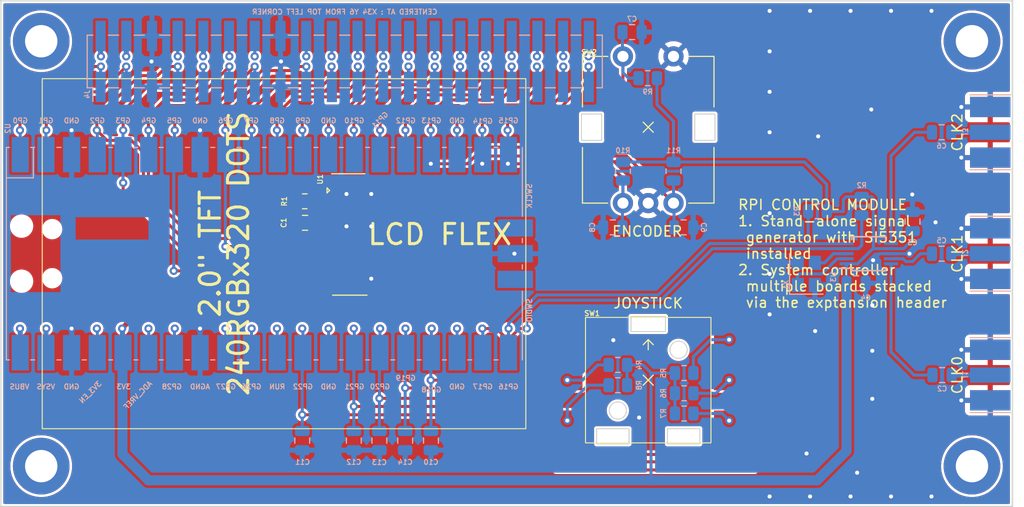
<source format=kicad_pcb>
(kicad_pcb (version 20211014) (generator pcbnew)
  (layers (0 "F.Cu" signal) (1 "In1.Cu" signal) (2 "In2.Cu" signal) (31 "B.Cu" signal) (36 "B.SilkS" user "B.Silkscreen") (37 "F.SilkS" user "F.Silkscreen") (38 "B.Mask" user) (39 "F.Mask" user) (44 "Edge.Cuts" user))
  (net 0 "")
  (net 1 "GND")
  (net 2 "Net-(C2-Pad1)")
  (net 3 "/CLK0")
  (net 4 "Net-(C5-Pad1)")
  (net 5 "/CLK1")
  (net 6 "Net-(C6-Pad1)")
  (net 7 "/CLK2")
  (net 8 "Net-(R1-Pad1)")
  (net 9 "GPIO0")
  (net 12 "Net-(U3-Pad2)")
  (net 13 "Net-(U3-Pad3)")
  (net 14 "GPIO1")
  (net 15 "GPIO25")
  (net 16 "GPIO12")
  (net 17 "GPIO11")
  (net 18 "GPIO10")
  (net 19 "GPIO29")
  (net 20 "GPIO9")
  (net 21 "GPIO8")
  (net 22 "GPIO7")
  (net 23 "3V3_OUT")
  (net 24 "GPIO24")
  (net 25 "GPIO23")
  (net 26 "RUN")
  (net 27 "GPIO26")
  (net 28 "GPIO27")
  (net 29 "GPIO28")
  (net 30 "ADC_VREF")
  (net 31 "3V3_EN")
  (net 32 "VDD_SYS")
  (net 33 "VBUS")
  (net 34 "GPIO13")
  (net 35 "GPIO15")
  (net 36 "GPIO14")
  (net 37 "GPIO16")
  (net 38 "GPIO17")
  (net 39 "GPIO18")
  (net 40 "GPIO22")
  (net 41 "GPIO21")
  (net 42 "GPIO20")
  (net 43 "GPIO19")
  (net 44 "GPIO6")
  (net 45 "GPIO5")
  (net 46 "GPIO4")
  (net 47 "GPIO3")
  (net 48 "GPIO2")
  (footprint "MountingHole:MountingHole_3.2mm_M3_DIN965_Pad_TopBottom" (layer "F.Cu") (at 126 29)
    (fp_text reference "H3" hide)
    (fp_text value "M3")
  )
  (footprint "MountingHole:MountingHole_3.2mm_M3_DIN965_Pad_TopBottom" (layer "F.Cu") (at 34 29)
    (fp_text reference "H4" hide)
    (fp_text value "M3")
  )
  (footprint "Capacitor_SMD:C_0805_2012Metric" (layer "F.Cu") (at 60.075 46.95 180)
    (fp_text reference "C1")
    (fp_text value "1u")
  )
  (footprint "parts:ER-TFT020-2" (layer "F.Cu") (at 58 50)
    (fp_text reference "U1")
    (fp_text value "ER-TFT020-2")
  )
  (footprint "parts:PEC12R-3220F-S0024" (layer "F.Cu") (at 94 37.5)
    (fp_text reference "SW2")
    (fp_text value "PEC12R-3220F-S0024")
    (fp_rect (start -6.6 -1.3) (end -4.6 1.3) (layer "Edge.Cuts") (width 0.1) (fill none))
    (fp_rect (start 4.6 -1.3) (end 6.6 1.3) (layer "Edge.Cuts") (width 0.1) (fill none))
  )
  (footprint "MountingHole:MountingHole_3.2mm_M3_DIN965_Pad_TopBottom" (layer "F.Cu") (at 126 71)
    (fp_text reference "H1" hide)
    (fp_text value "M3")
  )
  (footprint "MountingHole:MountingHole_3.2mm_M3_DIN965_Pad_TopBottom" (layer "F.Cu") (at 34 71)
    (fp_text reference "H2" hide)
    (fp_text value "M3")
  )
  (footprint "Resistor_SMD:R_0805_2012Metric" (layer "F.Cu") (at 60.05 44.825 180)
    (fp_text reference "R1")
    (fp_text value "10")
  )
  (footprint "parts:JS_5208" (layer "F.Cu") (at 94 62.5)
    (fp_text reference "SW1")
    (fp_text value "JS5208")
    (fp_rect (start 1.9 4.8) (end 5.1 6.3) (layer "Edge.Cuts") (width 0.1) (fill none))
    (fp_rect (start -1.7 -6.3) (end 1.7 -4.8) (layer "Edge.Cuts") (width 0.1) (fill none))
    (fp_rect (start -5.1 4.8) (end -1.9 6.3) (layer "Edge.Cuts") (width 0.1) (fill none))
    (fp_circle (center 3 -3) (end 3.85 -3) (layer "Edge.Cuts") (width 0.1) (fill none))
    (fp_circle (center -3 3) (end -2.15 3) (layer "Edge.Cuts") (width 0.1) (fill none))
  )
  (footprint "Resistor_SMD:R_0805_2012Metric" (layer "B.Cu") (at 96.5 41.85 -90)
    (fp_text reference "R11")
    (fp_text value "10k")
  )
  (footprint "parts:SMA" (layer "B.Cu") (at 129.805 38 180)
    (fp_text reference "J3")
    (fp_text value "CLK2")
  )
  (footprint "Capacitor_SMD:C_0805_2012Metric" (layer "B.Cu") (at 72.525 68.475 90)
    (fp_text reference "C10")
    (fp_text value "10n")
  )
  (footprint "parts:SMA" (layer "B.Cu") (at 129.805 62 180)
    (fp_text reference "J1")
    (fp_text value "CLK0")
  )
  (footprint "parts:SMA" (layer "B.Cu") (at 129.805 50 180)
    (fp_text reference "J2")
    (fp_text value "CLK1")
  )
  (footprint "Connector_PinSocket_2.54mm:PinSocket_2x20_P2.54mm_Vertical_SMD" (layer "B.Cu") (at 64 31 -90)
    (fp_text reference "J4")
    (fp_text value "SSM-120-F-DV")
  )
  (footprint "Capacitor_SMD:C_0805_2012Metric" (layer "B.Cu") (at 90.5 47.4)
    (fp_text reference "C8")
    (fp_text value "10n")
  )
  (footprint "parts:RP2040_PICO30_SMD" (layer "B.Cu") (at 56.055 50 -90)
    (fp_text reference "U2")
    (fp_text value "RP2040-PICO30")
  )
  (footprint "Resistor_SMD:R_0805_2012Metric" (layer "B.Cu") (at 97.55 63.8)
    (fp_text reference "R6")
    (fp_text value "10k")
  )
  (footprint "Capacitor_SMD:C_0805_2012Metric" (layer "B.Cu") (at 123.05 62)
    (fp_text reference "C2")
    (fp_text value "1u")
  )
  (footprint "Resistor_SMD:R_0805_2012Metric" (layer "B.Cu") (at 91 63 180)
    (fp_text reference "R8")
    (fp_text value "10k")
  )
  (footprint "Resistor_SMD:R_0805_2012Metric" (layer "B.Cu") (at 115.1 45.3 90)
    (fp_text reference "R2")
    (fp_text value "2.2K")
  )
  (footprint "Capacitor_SMD:C_0805_2012Metric" (layer "B.Cu") (at 69.975 68.475 90)
    (fp_text reference "C14")
    (fp_text value "10n")
  )
  (footprint "Capacitor_SMD:C_0805_2012Metric" (layer "B.Cu") (at 123 38)
    (fp_text reference "C6")
    (fp_text value "1u")
  )
  (footprint "Package_SO:MSOP-10_3x3mm_P0.5mm" (layer "B.Cu") (at 115.8 50)
    (fp_text reference "U3")
    (fp_text value "MS5351M")
  )
  (footprint "Crystal:Crystal_SMD_3225-4Pin_3.2x2.5mm" (layer "B.Cu") (at 109.625 52 90)
    (fp_text reference "X1")
    (fp_text value "MCSJK-7U-27.00-10-10-60-B-10")
  )
  (footprint "Capacitor_SMD:C_0805_2012Metric" (layer "B.Cu") (at 59.8 68.475 90)
    (fp_text reference "C11")
    (fp_text value "10n")
  )
  (footprint "Capacitor_SMD:C_0805_2012Metric" (layer "B.Cu") (at 114.55 52.925)
    (fp_text reference "C4")
    (fp_text value "1u")
  )
  (footprint "Capacitor_SMD:C_0805_2012Metric" (layer "B.Cu") (at 120.125 46.825 90)
    (fp_text reference "C3")
    (fp_text value "1u")
  )
  (footprint "Resistor_SMD:R_0805_2012Metric" (layer "B.Cu") (at 93.95 32.65 180)
    (fp_text reference "R9")
    (fp_text value "10k")
  )
  (footprint "Resistor_SMD:R_0805_2012Metric" (layer "B.Cu") (at 91 61 180)
    (fp_text reference "R4")
    (fp_text value "10k")
  )
  (footprint "Capacitor_SMD:C_0805_2012Metric" (layer "B.Cu") (at 97.5 47.4 180)
    (fp_text reference "C9")
    (fp_text value "10n")
  )
  (footprint "Resistor_SMD:R_0805_2012Metric" (layer "B.Cu") (at 110.725 45.8)
    (fp_text reference "R3")
    (fp_text value "2.2K")
  )
  (footprint "Resistor_SMD:R_0805_2012Metric" (layer "B.Cu") (at 97.55 65.8)
    (fp_text reference "R7")
    (fp_text value "10k")
  )
  (footprint "Capacitor_SMD:C_0805_2012Metric" (layer "B.Cu") (at 92.4 28.1 180)
    (fp_text reference "C7")
    (fp_text value "10n")
  )
  (footprint "Resistor_SMD:R_0805_2012Metric" (layer "B.Cu") (at 91.5 41.85 -90)
    (fp_text reference "R10")
    (fp_text value "10k")
  )
  (footprint "Resistor_SMD:R_0805_2012Metric" (layer "B.Cu") (at 97.55 61.8)
    (fp_text reference "R5")
    (fp_text value "10k")
  )
  (footprint "Capacitor_SMD:C_0805_2012Metric" (layer "B.Cu") (at 64.9 68.475 90)
    (fp_text reference "C12")
    (fp_text value "10n")
  )
  (footprint "Capacitor_SMD:C_0805_2012Metric" (layer "B.Cu") (at 67.425 68.475 90)
    (fp_text reference "C13")
    (fp_text value "10n")
  )
  (footprint "Capacitor_SMD:C_0805_2012Metric" (layer "B.Cu") (at 123 50)
    (fp_text reference "C5")
    (fp_text value "1u")
  )
  (gr_line (start 30 25) (end 130 25) (layer "Edge.Cuts") (width 0.15))
  (gr_line (start 130 25) (end 130 75) (layer "Edge.Cuts") (width 0.15))
  (gr_line (start 30 75) (end 130 75) (layer "Edge.Cuts") (width 0.15))
  (gr_line (start 30 25) (end 30 75) (layer "Edge.Cuts") (width 0.15))
  (gr_text "CENTERED AT : X34 Y6 FROM TOP LEFT CORNER" (at 64 26.1) (layer "B.SilkS") (effects (font (size 0.5 0.5) (thickness 0.1)) (justify mirror)))
  (gr_text "CLK1" (at 124.55 50 90) (layer "F.SilkS") (effects (font (size 1 1))))
  (gr_text "JOYSTICK" (at 94 54.9) (layer "F.SilkS") (effects (font (size 1 1))))
  (gr_text "ENCODER" (at 93.9 47.8) (layer "F.SilkS") (effects (font (size 1 1))))
  (gr_text "RPI CONTROL MODULE\n1. Stand-alone signal\n generator with SI5351\n installed\n2. System controller\n multiple boards stacked\n via the exptansion header" (at 102.8 50) (layer "F.SilkS") (effects (font (size 1 1)) (justify left)))
  (gr_text "CLK2" (at 124.55 38 90) (layer "F.SilkS") (effects (font (size 1 1))))
  (gr_text "CLK0" (at 124.55 62 90) (layer "F.SilkS") (effects (font (size 1 1))))
  (via (at 37 57.4) (size 0.8) (drill 0.4) (layers "F.Cu" "B.Cu") (net 1))
  (via (at 64.175 44.1) (size 0.8) (drill 0.4) (layers "F.Cu" "B.Cu") (net 1))
  (via (at 124.95 64.5) (size 0.8) (drill 0.4) (layers "F.Cu" "B.Cu") (net 1))
  (via (at 106 26) (size 0.8) (drill 0.4) (layers "F.Cu" "B.Cu") (net 1))
  (via (at 110.8 38.4) (size 0.8) (drill 0.4) (layers "F.Cu" "B.Cu") (net 1))
  (via (at 110 26) (size 0.8) (drill 0.4) (layers "F.Cu" "B.Cu") (net 1))
  (via (at 109.65 69.75) (size 0.8) (drill 0.4) (layers "F.Cu" "B.Cu") (net 1))
  (via (at 114 74) (size 0.8) (drill 0.4) (layers "F.Cu" "B.Cu") (net 1))
  (via (at 124.95 40.5) (size 0.8) (drill 0.4) (layers "F.Cu" "B.Cu") (net 1))
  (via (at 90.55 58.55) (size 0.8) (drill 0.4) (layers "F.Cu" "B.Cu") (net 1))
  (via (at 124.95 35.5) (size 0.8) (drill 0.4) (layers "F.Cu" "B.Cu") (net 1))
  (via (at 49.7 57.4) (size 0.8) (drill 0.4) (layers "F.Cu" "B.Cu") (net 1))
  (via (at 124.95 52.5) (size 0.8) (drill 0.4) (layers "F.Cu" "B.Cu") (net 1))
  (via (at 106 38) (size 0.8) (drill 0.4) (layers "F.Cu" "B.Cu") (net 1))
  (via (at 37 37.8) (size 0.8) (drill 0.4) (layers "F.Cu" "B.Cu") (net 1))
  (via (at 106 34) (size 0.8) (drill 0.4) (layers "F.Cu" "B.Cu") (net 1))
  (via (at 66.625 52.475) (size 0.8) (drill 0.4) (layers "F.Cu" "B.Cu") (net 1))
  (via (at 116.225 50.65) (size 0.8) (drill 0.4) (layers "F.Cu" "B.Cu") (net 1))
  (via (at 49.7 37.8) (size 0.8) (drill 0.4) (layers "F.Cu" "B.Cu") (net 1))
  (via (at 119.825 50) (size 0.8) (drill 0.4) (layers "F.Cu" "B.Cu") (net 1))
  (via (at 120.1 44.15) (size 0.8) (drill 0.4) (layers "F.Cu" "B.Cu") (net 1))
  (via (at 106 30) (size 0.8) (drill 0.4) (layers "F.Cu" "B.Cu") (net 1))
  (via (at 116.05 35.75) (size 0.8) (drill 0.4) (layers "F.Cu" "B.Cu") (net 1))
  (via (at 64.175 47.3) (size 0.8) (drill 0.4) (layers "F.Cu" "B.Cu") (net 1))
  (via (at 106 56) (size 0.8) (drill 0.4) (layers "F.Cu" "B.Cu") (net 1))
  (via (at 114.65 71.65) (size 0.8) (drill 0.4) (layers "F.Cu" "B.Cu") (net 1))
  (via (at 124.95 47.5) (size 0.8) (drill 0.4) (layers "F.Cu" "B.Cu") (net 1))
  (via (at 44.9 31) (size 0.8) (drill 0.4) (layers "F.Cu" "B.Cu") (net 1))
  (via (at 93.1 66.2) (size 0.8) (drill 0.4) (layers "F.Cu" "B.Cu") (net 1))
  (via (at 57.7 31) (size 0.8) (drill 0.4) (layers "F.Cu" "B.Cu") (net 1))
  (via (at 116.15 64.35) (size 0.8) (drill 0.4) (layers "F.Cu" "B.Cu") (net 1))
  (via (at 116.15 55.1) (size 0.8) (drill 0.4) (layers "F.Cu" "B.Cu") (net 1))
  (via (at 118 26) (size 0.8) (drill 0.4) (layers "F.Cu" "B.Cu") (net 1))
  (via (at 110 74) (size 0.8) (drill 0.4) (layers "F.Cu" "B.Cu") (net 1))
  (via (at 66.625 47.3) (size 0.8) (drill 0.4) (layers "F.Cu" "B.Cu") (net 1))
  (via (at 116.15 59.6) (size 0.8) (drill 0.4) (layers "F.Cu" "B.Cu") (net 1))
  (via (at 122.4 46.9) (size 0.8) (drill 0.4) (layers "F.Cu" "B.Cu") (net 1))
  (via (at 80.775 50) (size 0.8) (drill 0.4) (layers "F.Cu" "B.Cu") (net 1))
  (via (at 106 74) (size 0.8) (drill 0.4) (layers "F.Cu" "B.Cu") (net 1))
  (via (at 122 74) (size 0.8) (drill 0.4) (layers "F.Cu" "B.Cu") (net 1))
  (via (at 110.5 57.65) (size 0.8) (drill 0.4) (layers "F.Cu" "B.Cu") (net 1))
  (via (at 114 26) (size 0.8) (drill 0.4) (layers "F.Cu" "B.Cu") (net 1))
  (via (at 106 46) (size 0.8) (drill 0.4) (layers "F.Cu" "B.Cu") (net 1))
  (via (at 124.95 59.5) (size 0.8) (drill 0.4) (layers "F.Cu" "B.Cu") (net 1))
  (via (at 118 74) (size 0.8) (drill 0.4) (layers "F.Cu" "B.Cu") (net 1))
  (via (at 122 26) (size 0.8) (drill 0.4) (layers "F.Cu" "B.Cu") (net 1))
  (via (at 106 52) (size 0.8) (drill 0.4) (layers "F.Cu" "B.Cu") (net 1))
  (via (at 66.625 44.1) (size 0.8) (drill 0.4) (layers "F.Cu" "B.Cu") (net 1))
  (segment (start 118 50) (end 116.875 50) (width 0.3) (layer "B.Cu") (net 1))
  (segment (start 116.875 50) (end 116.225 50.65) (width 0.3) (layer "B.Cu") (net 1))
  (segment (start 118 50) (end 119.825 50) (width 0.3) (layer "B.Cu") (net 1))
  (segment (start 120.275 62) (end 122.1 62) (width 0.3) (layer "B.Cu") (net 2))
  (segment (start 118 59.725) (end 120.275 62) (width 0.3) (layer "B.Cu") (net 2))
  (segment (start 118 51) (end 118 59.725) (width 0.3) (layer "B.Cu") (net 2))
  (segment (start 124 62) (end 127.805 62) (width 0.5) (layer "B.Cu") (net 3))
  (segment (start 119.475 50.775) (end 120.125 50.775) (width 0.3) (layer "B.Cu") (net 4))
  (segment (start 119.2 50.5) (end 119.475 50.775) (width 0.3) (layer "B.Cu") (net 4))
  (segment (start 118 50.5) (end 119.2 50.5) (width 0.3) (layer "B.Cu") (net 4))
  (segment (start 120.9 50) (end 122.05 50) (width 0.3) (layer "B.Cu") (net 4))
  (segment (start 120.125 50.775) (end 120.9 50) (width 0.3) (layer "B.Cu") (net 4))
  (segment (start 123.95 50) (end 127.805 50) (width 0.5) (layer "B.Cu") (net 5))
  (segment (start 118 49) (end 118 40.325) (width 0.3) (layer "B.Cu") (net 6))
  (segment (start 118 40.325) (end 120.325 38) (width 0.3) (layer "B.Cu") (net 6))
  (segment (start 120.325 38) (end 122.05 38) (width 0.3) (layer "B.Cu") (net 6))
  (segment (start 123.95 38) (end 127.805 38) (width 0.5) (layer "B.Cu") (net 7))
  (segment (start 62.325 45.3) (end 61.85 44.825) (width 0.3) (layer "F.Cu") (net 8))
  (segment (start 64.175 45.3) (end 62.325 45.3) (width 0.3) (layer "F.Cu") (net 8))
  (segment (start 61.85 44.825) (end 60.9625 44.825) (width 0.3) (layer "F.Cu") (net 8))
  (segment (start 31.9 36.892894) (end 37.293582 31.499312) (width 0.3) (layer "F.Cu") (net 9))
  (segment (start 37.293582 31.499312) (end 39.899312 31.499312) (width 0.3) (layer "F.Cu") (net 9))
  (segment (start 31.9 37.8) (end 31.9 36.892894) (width 0.3) (layer "F.Cu") (net 9))
  (via (at 39.899312 31.499312) (size 0.8) (drill 0.4) (layers "F.Cu" "B.Cu") (net 9))
  (via (at 31.9 37.8) (size 0.8) (drill 0.4) (layers "F.Cu" "B.Cu") (net 9))
  (segment (start 31.925 41.11) (end 31.925 37.825) (width 0.3) (layer "B.Cu") (net 9))
  (segment (start 39.87 31.528624) (end 39.899312 31.499312) (width 0.3) (layer "B.Cu") (net 9))
  (segment (start 31.925 37.825) (end 31.9 37.8) (width 0.3) (layer "B.Cu") (net 9))
  (segment (start 39.87 33.52) (end 39.87 31.528624) (width 0.3) (layer "B.Cu") (net 9))
  (segment (start 111.175 52) (end 108.925 52) (width 0.3) (layer "B.Cu") (net 12))
  (segment (start 108.775 52.15) (end 108.775 53.1) (width 0.3) (layer "B.Cu") (net 12))
  (segment (start 108.925 52) (end 108.775 52.15) (width 0.3) (layer "B.Cu") (net 12))
  (segment (start 112.675 50.5) (end 111.175 52) (width 0.3) (layer "B.Cu") (net 12))
  (segment (start 113.6 50.5) (end 112.675 50.5) (width 0.3) (layer "B.Cu") (net 12))
  (segment (start 111.425 50.9) (end 110.475 50.9) (width 0.3) (layer "B.Cu") (net 13))
  (segment (start 113.6 50) (end 112.325 50) (width 0.3) (layer "B.Cu") (net 13))
  (segment (start 112.325 50) (end 111.425 50.9) (width 0.3) (layer "B.Cu") (net 13))
  (segment (start 39.9 34) (end 42.4 31.5) (width 0.3) (layer "F.Cu") (net 14))
  (segment (start 36.8 34) (end 39.9 34) (width 0.3) (layer "F.Cu") (net 14))
  (segment (start 34.5 36.3) (end 36.8 34) (width 0.3) (layer "F.Cu") (net 14))
  (segment (start 34.5 37.8) (end 34.5 36.3) (width 0.3) (layer "F.Cu") (net 14))
  (via (at 34.5 37.8) (size 0.8) (drill 0.4) (layers "F.Cu" "B.Cu") (net 14))
  (via (at 42.4 31.5) (size 0.8) (drill 0.4) (layers "F.Cu" "B.Cu") (net 14))
  (segment (start 42.41 31.51) (end 42.4 31.5) (width 0.3) (layer "B.Cu") (net 14))
  (segment (start 34.465 41.11) (end 34.465 37.835) (width 0.3) (layer "B.Cu") (net 14))
  (segment (start 42.41 33.52) (end 42.41 31.51) (width 0.3) (layer "B.Cu") (net 14))
  (segment (start 34.465 37.835) (end 34.5 37.8) (width 0.3) (layer "B.Cu") (net 14))
  (segment (start 83 33.6) (end 83 31.5) (width 0.3) (layer "F.Cu") (net 15))
  (segment (start 76.1 35.3) (end 81.3 35.3) (width 0.3) (layer "F.Cu") (net 15))
  (segment (start 75.1 37.8) (end 75.1 36.3) (width 0.3) (layer "F.Cu") (net 15))
  (segment (start 75.1 36.3) (end 76.1 35.3) (width 0.3) (layer "F.Cu") (net 15))
  (segment (start 81.3 35.3) (end 83 33.6) (width 0.3) (layer "F.Cu") (net 15))
  (via (at 83 31.5) (size 0.8) (drill 0.4) (layers "F.Cu" "B.Cu") (net 15))
  (via (at 75.1 37.8) (size 0.8) (drill 0.4) (layers "F.Cu" "B.Cu") (net 15))
  (segment (start 75.105 41.11) (end 75.105 37.805) (width 0.3) (layer "B.Cu") (net 15))
  (segment (start 83.05 31.55) (end 83 31.5) (width 0.3) (layer "B.Cu") (net 15))
  (segment (start 83.05 33.52) (end 83.05 31.55) (width 0.3) (layer "B.Cu") (net 15))
  (segment (start 75.105 37.805) (end 75.1 37.8) (width 0.3) (layer "B.Cu") (net 15))
  (segment (start 76.7 34.3) (end 77.9 33.1) (width 0.3) (layer "F.Cu") (net 16))
  (segment (start 72 34.3) (end 76.7 34.3) (width 0.3) (layer "F.Cu") (net 16))
  (segment (start 70 36.3) (end 72 34.3) (width 0.3) (layer "F.Cu") (net 16))
  (segment (start 70 37.8) (end 70 36.3) (width 0.3) (layer "F.Cu") (net 16))
  (segment (start 77.9 33.1) (end 77.9 31.5) (width 0.3) (layer "F.Cu") (net 16))
  (via (at 77.9 31.5) (size 0.8) (drill 0.4) (layers "F.Cu" "B.Cu") (net 16))
  (via (at 70 37.8) (size 0.8) (drill 0.4) (layers "F.Cu" "B.Cu") (net 16))
  (segment (start 77.97 33.52) (end 77.97 31.57) (width 0.3) (layer "B.Cu") (net 16))
  (segment (start 70.025 41.11) (end 70.025 37.825) (width 0.3) (layer "B.Cu") (net 16))
  (segment (start 77.97 31.57) (end 77.9 31.5) (width 0.3) (layer "B.Cu") (net 16))
  (segment (start 70.025 37.825) (end 70 37.8) (width 0.3) (layer "B.Cu") (net 16))
  (segment (start 67.5 36.3) (end 70 33.8) (width 0.3) (layer "F.Cu") (net 17))
  (segment (start 74.5 33.8) (end 75.4 32.9) (width 0.3) (layer "F.Cu") (net 17))
  (segment (start 70 33.8) (end 74.5 33.8) (width 0.3) (layer "F.Cu") (net 17))
  (segment (start 67.5 37.8) (end 67.5 36.3) (width 0.3) (layer "F.Cu") (net 17))
  (segment (start 75.4 32.9) (end 75.4 31.5) (width 0.3) (layer "F.Cu") (net 17))
  (via (at 75.4 31.5) (size 0.8) (drill 0.4) (layers "F.Cu" "B.Cu") (net 17))
  (via (at 67.5 37.8) (size 0.8) (drill 0.4) (layers "F.Cu" "B.Cu") (net 17))
  (segment (start 75.43 31.53) (end 75.4 31.5) (width 0.3) (layer "B.Cu") (net 17))
  (segment (start 67.485 37.815) (end 67.5 37.8) (width 0.3) (layer "B.Cu") (net 17))
  (segment (start 75.43 33.52) (end 75.43 31.53) (width 0.3) (layer "B.Cu") (net 17))
  (segment (start 67.485 41.11) (end 67.485 37.815) (width 0.3) (layer "B.Cu") (net 17))
  (segment (start 72 33.3) (end 72.9 32.4) (width 0.3) (layer "F.Cu") (net 18))
  (segment (start 68 33.3) (end 72 33.3) (width 0.3) (layer "F.Cu") (net 18))
  (segment (start 64.9 37.8) (end 64.9 36.4) (width 0.3) (layer "F.Cu") (net 18))
  (segment (start 72.9 32.4) (end 72.9 31.5) (width 0.3) (layer "F.Cu") (net 18))
  (segment (start 64.9 36.4) (end 68 33.3) (width 0.3) (layer "F.Cu") (net 18))
  (via (at 64.9 37.8) (size 0.8) (drill 0.4) (layers "F.Cu" "B.Cu") (net 18))
  (via (at 72.9 31.5) (size 0.8) (drill 0.4) (layers "F.Cu" "B.Cu") (net 18))
  (segment (start 64.945 37.845) (end 64.9 37.8) (width 0.3) (layer "B.Cu") (net 18))
  (segment (start 72.89 31.51) (end 72.9 31.5) (width 0.3) (layer "B.Cu") (net 18))
  (segment (start 64.945 41.11) (end 64.945 37.845) (width 0.3) (layer "B.Cu") (net 18))
  (segment (start 72.89 33.52) (end 72.89 31.51) (width 0.3) (layer "B.Cu") (net 18))
  (segment (start 62.4 37.8) (end 62.4 36.8) (width 0.3) (layer "F.Cu") (net 19))
  (segment (start 64.692894 35.9) (end 67.792894 32.8) (width 0.3) (layer "F.Cu") (net 19))
  (segment (start 69.9 32.8) (end 70.3 32.4) (width 0.3) (layer "F.Cu") (net 19))
  (segment (start 63.3 35.9) (end 64.692894 35.9) (width 0.3) (layer "F.Cu") (net 19))
  (segment (start 67.792894 32.8) (end 69.9 32.8) (width 0.3) (layer "F.Cu") (net 19))
  (segment (start 62.4 36.8) (end 63.3 35.9) (width 0.3) (layer "F.Cu") (net 19))
  (segment (start 70.3 32.4) (end 70.3 31.5) (width 0.3) (layer "F.Cu") (net 19))
  (via (at 62.4 37.8) (size 0.8) (drill 0.4) (layers "F.Cu" "B.Cu") (net 19))
  (via (at 70.3 31.5) (size 0.8) (drill 0.4) (layers "F.Cu" "B.Cu") (net 19))
  (segment (start 62.405 41.11) (end 62.405 37.805) (width 0.3) (layer "B.Cu") (net 19))
  (segment (start 62.405 37.805) (end 62.4 37.8) (width 0.3) (layer "B.Cu") (net 19))
  (segment (start 70.35 33.52) (end 70.35 31.55) (width 0.3) (layer "B.Cu") (net 19))
  (segment (start 70.35 31.55) (end 70.3 31.5) (width 0.3) (layer "B.Cu") (net 19))
  (segment (start 67.8 32.085788) (end 67.8 31.5) (width 0.3) (layer "F.Cu") (net 20))
  (segment (start 61.1 35.4) (end 64.485788 35.4) (width 0.3) (layer "F.Cu") (net 20))
  (segment (start 59.8 37.8) (end 59.8 36.7) (width 0.3) (layer "F.Cu") (net 20))
  (segment (start 64.485788 35.4) (end 67.8 32.085788) (width 0.3) (layer "F.Cu") (net 20))
  (segment (start 59.8 36.7) (end 61.1 35.4) (width 0.3) (layer "F.Cu") (net 20))
  (via (at 67.8 31.5) (size 0.8) (drill 0.4) (layers "F.Cu" "B.Cu") (net 20))
  (via (at 59.8 37.8) (size 0.8) (drill 0.4) (layers "F.Cu" "B.Cu") (net 20))
  (segment (start 59.865 37.865) (end 59.8 37.8) (width 0.3) (layer "B.Cu") (net 20))
  (segment (start 67.81 33.52) (end 67.81 31.51) (width 0.3) (layer "B.Cu") (net 20))
  (segment (start 59.865 41.11) (end 59.865 37.865) (width 0.3) (layer "B.Cu") (net 20))
  (segment (start 67.81 31.51) (end 67.8 31.5) (width 0.3) (layer "B.Cu") (net 20))
  (segment (start 65.3 32.9) (end 65.3 31.5) (width 0.3) (layer "F.Cu") (net 21))
  (segment (start 63.7 34.5) (end 65.3 32.9) (width 0.3) (layer "F.Cu") (net 21))
  (segment (start 57.3 36.2) (end 59 34.5) (width 0.3) (layer "F.Cu") (net 21))
  (segment (start 59 34.5) (end 63.7 34.5) (width 0.3) (layer "F.Cu") (net 21))
  (segment (start 57.3 37.8) (end 57.3 36.2) (width 0.3) (layer "F.Cu") (net 21))
  (via (at 57.3 37.8) (size 0.8) (drill 0.4) (layers "F.Cu" "B.Cu") (net 21))
  (via (at 65.3 31.5) (size 0.8) (drill 0.4) (layers "F.Cu" "B.Cu") (net 21))
  (segment (start 57.325 37.825) (end 57.3 37.8) (width 0.3) (layer "B.Cu") (net 21))
  (segment (start 65.27 31.53) (end 65.3 31.5) (width 0.3) (layer "B.Cu") (net 21))
  (segment (start 65.27 33.52) (end 65.27 31.53) (width 0.3) (layer "B.Cu") (net 21))
  (segment (start 57.325 41.11) (end 57.325 37.825) (width 0.3) (layer "B.Cu") (net 21))
  (segment (start 57.2 33.4) (end 61.8 33.4) (width 0.3) (layer "F.Cu") (net 22))
  (segment (start 62.7 32.5) (end 62.7 31.5) (width 0.3) (layer "F.Cu") (net 22))
  (segment (start 54.8 37.8) (end 54.8 35.8) (width 0.3) (layer "F.Cu") (net 22))
  (segment (start 61.8 33.4) (end 62.7 32.5) (width 0.3) (layer "F.Cu") (net 22))
  (segment (start 54.8 35.8) (end 57.2 33.4) (width 0.3) (layer "F.Cu") (net 22))
  (via (at 62.7 31.5) (size 0.8) (drill 0.4) (layers "F.Cu" "B.Cu") (net 22))
  (via (at 54.8 37.8) (size 0.8) (drill 0.4) (layers "F.Cu" "B.Cu") (net 22))
  (segment (start 54.785 37.815) (end 54.8 37.8) (width 0.3) (layer "B.Cu") (net 22))
  (segment (start 62.73 31.53) (end 62.7 31.5) (width 0.3) (layer "B.Cu") (net 22))
  (segment (start 54.785 41.11) (end 54.785 37.815) (width 0.3) (layer "B.Cu") (net 22))
  (segment (start 62.73 33.52) (end 62.73 31.53) (width 0.3) (layer "B.Cu") (net 22))
  (segment (start 60.175 46.775) (end 60.175 45.8625) (width 0.3) (layer "F.Cu") (net 23))
  (segment (start 64.175 46.1) (end 62.5 46.1) (width 0.3) (layer "F.Cu") (net 23))
  (segment (start 44.025 55.35) (end 65.375 55.35) (width 0.5) (layer "F.Cu") (net 23))
  (segment (start 67.65 46.975) (end 66.775 46.1) (width 0.5) (layer "F.Cu") (net 23))
  (segment (start 60.35 46.95) (end 60.175 46.775) (width 0.3) (layer "F.Cu") (net 23))
  (segment (start 66.775 46.1) (end 64.175 46.1) (width 0.5) (layer "F.Cu") (net 23))
  (segment (start 60.175 45.8625) (end 59.1375 44.825) (width 0.3) (layer "F.Cu") (net 23))
  (segment (start 61.65 46.95) (end 61.025 46.95) (width 0.3) (layer "F.Cu") (net 23))
  (segment (start 42.025 57.35) (end 44.025 55.35) (width 0.5) (layer "F.Cu") (net 23))
  (segment (start 67.65 53.075) (end 67.65 46.975) (width 0.5) (layer "F.Cu") (net 23))
  (segment (start 61.025 46.95) (end 60.35 46.95) (width 0.3) (layer "F.Cu") (net 23))
  (segment (start 62.5 46.1) (end 61.65 46.95) (width 0.3) (layer "F.Cu") (net 23))
  (segment (start 65.375 55.35) (end 67.65 53.075) (width 0.5) (layer "F.Cu") (net 23))
  (via (at 42 57.4) (size 0.8) (drill 0.4) (layers "F.Cu" "B.Cu") (net 23))
  (via (at 50 30.5) (size 0.8) (drill 0.4) (layers "F.Cu" "B.Cu") (net 23))
  (segment (start 44.6 72.4) (end 94.25 72.4) (width 1) (layer "B.Cu") (net 23))
  (segment (start 116.25 49.45) (end 116.25 44.55) (width 0.3) (layer "B.Cu") (net 23))
  (segment (start 96.5 40.9375) (end 109.4375 40.9375) (width 0.3) (layer "B.Cu") (net 23))
  (segment (start 119.25 49.5) (end 120.125 48.625) (width 0.3) (layer "B.Cu") (net 23))
  (segment (start 50.03 30.47) (end 50 30.5) (width 0.5) (layer "B.Cu") (net 23))
  (segment (start 93.5 61) (end 94.275 61.775) (width 0.3) (layer "B.Cu") (net 23))
  (segment (start 96.6375 65.8) (end 96.6375 61.8) (width 0.3) (layer "B.Cu") (net 23))
  (segment (start 94.275 61.775) (end 94.275 72.375) (width 0.3) (layer "B.Cu") (net 23))
  (segment (start 96.5 40.9375) (end 96.5 36.9) (width 0.3) (layer "B.Cu") (net 23))
  (segment (start 109.4375 40.9375) (end 111.6375 43.1375) (width 0.3) (layer "B.Cu") (net 23))
  (segment (start 111.6375 45.825) (end 113.2875 45.825) (width 0.3) (layer "B.Cu") (net 23))
  (segment (start 113.2875 44.6375) (end 113.2875 45.825) (width 0.3) (layer "B.Cu") (net 23))
  (segment (start 91.9125 63) (end 91.9125 61) (width 0.3) (layer "B.Cu") (net 23))
  (segment (start 42.03 58.89) (end 42.03 69.83) (width 1) (layer "B.Cu") (net 23))
  (segment (start 42.03 58.89) (end 42.03 57.43) (width 0.5) (layer "B.Cu") (net 23))
  (segment (start 116.075 44.375) (end 113.55 44.375) (width 0.3) (layer "B.Cu") (net 23))
  (segment (start 42.03 57.43) (end 42 57.4) (width 0.5) (layer "B.Cu") (net 23))
  (segment (start 116.3 49.5) (end 116.25 49.45) (width 0.3) (layer "B.Cu") (net 23))
  (segment (start 113.55 44.375) (end 113.2875 44.6375) (width 0.3) (layer "B.Cu") (net 23))
  (segment (start 114.7 51) (end 116.25 49.45) (width 0.3) (layer "B.Cu") (net 23))
  (segment (start 116.25 44.55) (end 116.075 44.375) (width 0.3) (layer "B.Cu") (net 23))
  (segment (start 111.6375 43.1375) (end 111.6375 45.825) (width 0.3) (layer "B.Cu") (net 23))
  (segment (start 42.03 69.83) (end 44.6 72.4) (width 1) (layer "B.Cu") (net 23))
  (segment (start 94.3 61.8) (end 96.6375 61.8) (width 0.3) (layer "B.Cu") (net 23))
  (segment (start 94.8625 35.2625) (end 94.8625 32.65) (width 0.3) (layer "B.Cu") (net 23))
  (segment (start 94.275 61.775) (end 94.3 61.8) (width 0.3) (layer "B.Cu") (net 23))
  (segment (start 50.03 28.48) (end 50.03 30.47) (width 0.5) (layer "B.Cu") (net 23))
  (segment (start 120.125 48.625) (end 120.125 47.775) (width 0.3) (layer "B.Cu") (net 23))
  (segment (start 113.6 51) (end 114.7 51) (width 0.3) (layer "B.Cu") (net 23))
  (segment (start 118 49.5) (end 116.3 49.5) (width 0.3) (layer "B.Cu") (net 23))
  (segment (start 91.9125 61) (end 93.5 61) (width 0.3) (layer "B.Cu") (net 23))
  (segment (start 110.7 72.4) (end 113.6 69.5) (width 1) (layer "B.Cu") (net 23))
  (segment (start 113.6 52.925) (end 113.6 51) (width 0.3) (layer "B.Cu") (net 23))
  (segment (start 91.5 40.9375) (end 96.5 40.9375) (width 0.3) (layer "B.Cu") (net 23))
  (segment (start 113.6 69.5) (end 113.6 52.925) (width 1) (layer "B.Cu") (net 23))
  (segment (start 118 49.5) (end 119.25 49.5) (width 0.3) (layer "B.Cu") (net 23))
  (segment (start 96.5 36.9) (end 94.8625 35.2625) (width 0.3) (layer "B.Cu") (net 23))
  (segment (start 94.25 72.4) (end 110.7 72.4) (width 1) (layer "B.Cu") (net 23))
  (via (at 75.1 57.4) (size 0.8) (drill 0.4) (layers "F.Cu" "B.Cu") (net 24))
  (via (at 83 30.500497) (size 0.8) (drill 0.4) (layers "F.Cu" "B.Cu") (net 24))
  (segment (start 83.05 30.450497) (end 83 30.500497) (width 0.3) (layer "B.Cu") (net 24))
  (segment (start 75.105 58.89) (end 75.105 57.405) (width 0.3) (layer "B.Cu") (net 24))
  (segment (start 75.105 57.405) (end 75.1 57.4) (width 0.3) (layer "B.Cu") (net 24))
  (segment (start 83.05 28.48) (end 83.05 30.450497) (width 0.3) (layer "B.Cu") (net 24))
  (via (at 62.4 57.4) (size 0.8) (drill 0.4) (layers "F.Cu" "B.Cu") (net 25))
  (via (at 70.3 30.5) (size 0.8) (drill 0.4) (layers "F.Cu" "B.Cu") (net 25))
  (segment (start 70.35 30.45) (end 70.3 30.5) (width 0.3) (layer "B.Cu") (net 25))
  (segment (start 70.35 28.48) (end 70.35 30.45) (width 0.3) (layer "B.Cu") (net 25))
  (segment (start 62.405 58.89) (end 62.405 57.405) (width 0.3) (layer "B.Cu") (net 25))
  (segment (start 62.405 57.405) (end 62.4 57.4) (width 0.3) (layer "B.Cu") (net 25))
  (via (at 65.3 30.5) (size 0.8) (drill 0.4) (layers "F.Cu" "B.Cu") (net 26))
  (via (at 57.3 57.4) (size 0.8) (drill 0.4) (layers "F.Cu" "B.Cu") (net 26))
  (segment (start 57.325 58.89) (end 57.325 57.425) (width 0.3) (layer "B.Cu") (net 26))
  (segment (start 65.27 30.47) (end 65.3 30.5) (width 0.3) (layer "B.Cu") (net 26))
  (segment (start 65.27 28.48) (end 65.27 30.47) (width 0.3) (layer "B.Cu") (net 26))
  (segment (start 57.325 57.425) (end 57.3 57.4) (width 0.3) (layer "B.Cu") (net 26))
  (via (at 62.7 30.500497) (size 0.8) (drill 0.4) (layers "F.Cu" "B.Cu") (net 27))
  (via (at 54.8 57.4) (size 0.8) (drill 0.4) (layers "F.Cu" "B.Cu") (net 27))
  (segment (start 54.785 58.89) (end 54.785 57.415) (width 0.3) (layer "B.Cu") (net 27))
  (segment (start 62.73 30.470497) (end 62.7 30.500497) (width 0.3) (layer "B.Cu") (net 27))
  (segment (start 62.73 28.48) (end 62.73 30.470497) (width 0.3) (layer "B.Cu") (net 27))
  (segment (start 54.785 57.415) (end 54.8 57.4) (width 0.3) (layer "B.Cu") (net 27))
  (via (at 60.2 30.5) (size 0.8) (drill 0.4) (layers "F.Cu" "B.Cu") (net 28))
  (via (at 52.2 57.4) (size 0.8) (drill 0.4) (layers "F.Cu" "B.Cu") (net 28))
  (segment (start 52.245 58.89) (end 52.245 57.445) (width 0.3) (layer "B.Cu") (net 28))
  (segment (start 60.19 30.49) (end 60.2 30.5) (width 0.3) (layer "B.Cu") (net 28))
  (segment (start 60.19 28.48) (end 60.19 30.49) (width 0.3) (layer "B.Cu") (net 28))
  (segment (start 52.245 57.445) (end 52.2 57.4) (width 0.3) (layer "B.Cu") (net 28))
  (via (at 55.1 30.500497) (size 0.8) (drill 0.4) (layers "F.Cu" "B.Cu") (net 29))
  (via (at 47.2 57.4) (size 0.8) (drill 0.4) (layers "F.Cu" "B.Cu") (net 29))
  (segment (start 47.165 57.435) (end 47.2 57.4) (width 0.3) (layer "B.Cu") (net 29))
  (segment (start 47.165 58.89) (end 47.165 57.435) (width 0.3) (layer "B.Cu") (net 29))
  (segment (start 55.11 30.490497) (end 55.1 30.500497) (width 0.3) (layer "B.Cu") (net 29))
  (segment (start 55.11 28.48) (end 55.11 30.490497) (width 0.3) (layer "B.Cu") (net 29))
  (via (at 52.6 30.5) (size 0.8) (drill 0.4) (layers "F.Cu" "B.Cu") (net 30))
  (via (at 44.6 57.4) (size 0.8) (drill 0.4) (layers "F.Cu" "B.Cu") (net 30))
  (segment (start 52.57 30.47) (end 52.6 30.5) (width 0.3) (layer "B.Cu") (net 30))
  (segment (start 52.57 28.48) (end 52.57 30.47) (width 0.3) (layer "B.Cu") (net 30))
  (segment (start 44.625 57.425) (end 44.6 57.4) (width 0.3) (layer "B.Cu") (net 30))
  (segment (start 44.625 58.89) (end 44.625 57.425) (width 0.3) (layer "B.Cu") (net 30))
  (via (at 39.5 57.4) (size 0.8) (drill 0.4) (layers "F.Cu" "B.Cu") (net 31))
  (via (at 47.5 30.5) (size 0.8) (drill 0.4) (layers "F.Cu" "B.Cu") (net 31))
  (segment (start 47.49 30.49) (end 47.5 30.5) (width 0.3) (layer "B.Cu") (net 31))
  (segment (start 39.545 57.445) (end 39.5 57.4) (width 0.3) (layer "B.Cu") (net 31))
  (segment (start 47.49 28.48) (end 47.49 30.49) (width 0.3) (layer "B.Cu") (net 31))
  (segment (start 39.545 58.89) (end 39.545 57.445) (width 0.3) (layer "B.Cu") (net 31))
  (via (at 42.4 30.5) (size 0.8) (drill 0.4) (layers "F.Cu" "B.Cu") (net 32))
  (via (at 34.5 57.4) (size 0.8) (drill 0.4) (layers "F.Cu" "B.Cu") (net 32))
  (segment (start 34.465 58.89) (end 34.465 57.435) (width 0.5) (layer "B.Cu") (net 32))
  (segment (start 34.465 57.435) (end 34.5 57.4) (width 0.5) (layer "B.Cu") (net 32))
  (segment (start 42.41 28.48) (end 42.41 30.49) (width 0.5) (layer "B.Cu") (net 32))
  (segment (start 42.41 30.49) (end 42.4 30.5) (width 0.5) (layer "B.Cu") (net 32))
  (via (at 31.9 57.4) (size 0.8) (drill 0.4) (layers "F.Cu" "B.Cu") (net 33))
  (via (at 39.9 30.49981) (size 0.8) (drill 0.4) (layers "F.Cu" "B.Cu") (net 33))
  (segment (start 39.87 28.48) (end 39.87 30.46981) (width 0.5) (layer "B.Cu") (net 33))
  (segment (start 39.87 30.46981) (end 39.9 30.49981) (width 0.5) (layer "B.Cu") (net 33))
  (segment (start 31.925 57.425) (end 31.9 57.4) (width 0.5) (layer "B.Cu") (net 33))
  (segment (start 31.925 58.89) (end 31.925 57.425) (width 0.5) (layer "B.Cu") (net 33))
  (segment (start 73.9 34.8) (end 79.4 34.8) (width 0.3) (layer "F.Cu") (net 34))
  (segment (start 89.675 39.475) (end 91.5 37.65) (width 0.3) (layer "F.Cu") (net 34))
  (segment (start 72.5 37.8) (end 72.5 36.2) (width 0.3) (layer "F.Cu") (net 34))
  (segment (start 72.5 36.2) (end 73.9 34.8) (width 0.3) (layer "F.Cu") (net 34))
  (segment (start 76.14 41.11) (end 77.775 39.475) (width 0.3) (layer "F.Cu") (net 34))
  (segment (start 77.775 39.475) (end 89.675 39.475) (width 0.3) (layer "F.Cu") (net 34))
  (segment (start 79.4 34.8) (end 80.5 33.7) (width 0.3) (layer "F.Cu") (net 34))
  (segment (start 91.5 37.65) (end 91.5 30.5) (width 0.3) (layer "F.Cu") (net 34))
  (segment (start 80.5 33.7) (end 80.5 31.5) (width 0.3) (layer "F.Cu") (net 34))
  (segment (start 72.51 41.11) (end 76.14 41.11) (width 0.3) (layer "F.Cu") (net 34))
  (via (at 80.5 31.5) (size 0.8) (drill 0.4) (layers "F.Cu" "B.Cu") (net 34))
  (via (at 72.51 41.11) (size 0.8) (drill 0.4) (layers "F.Cu" "B.Cu") (net 34))
  (via (at 72.5 37.8) (size 0.8) (drill 0.4) (layers "F.Cu" "B.Cu") (net 34))
  (segment (start 91.5 32.1) (end 91.5 30.5) (width 0.3) (layer "B.Cu") (net 34))
  (segment (start 91.45 30.45) (end 91.5 30.5) (width 0.3) (layer "B.Cu") (net 34))
  (segment (start 80.51 33.52) (end 80.51 31.51) (width 0.3) (layer "B.Cu") (net 34))
  (segment (start 72.51 37.81) (end 72.5 37.8) (width 0.3) (layer "B.Cu") (net 34))
  (segment (start 92.05 32.65) (end 91.5 32.1) (width 0.3) (layer "B.Cu") (net 34))
  (segment (start 72.51 41.11) (end 72.51 37.81) (width 0.3) (layer "B.Cu") (net 34))
  (segment (start 93.05 32.65) (end 92.05 32.65) (width 0.3) (layer "B.Cu") (net 34))
  (segment (start 80.51 31.51) (end 80.5 31.5) (width 0.3) (layer "B.Cu") (net 34))
  (segment (start 91.45 28.1) (end 91.45 30.45) (width 0.3) (layer "B.Cu") (net 34))
  (segment (start 91.5 45) (end 91.5 42.55) (width 0.3) (layer "F.Cu") (net 35))
  (segment (start 91.5 42.55) (end 90.06 41.11) (width 0.3) (layer "F.Cu") (net 35))
  (segment (start 84.6 36.3) (end 88.1 32.8) (width 0.3) (layer "F.Cu") (net 35))
  (segment (start 88.1 32.8) (end 88.1 31.5) (width 0.3) (layer "F.Cu") (net 35))
  (segment (start 90.06 41.11) (end 80.13 41.11) (width 0.3) (layer "F.Cu") (net 35))
  (segment (start 80.8 36.3) (end 84.6 36.3) (width 0.3) (layer "F.Cu") (net 35))
  (segment (start 80.1 37.8) (end 80.1 37) (width 0.3) (layer "F.Cu") (net 35))
  (segment (start 80.1 37) (end 80.8 36.3) (width 0.3) (layer "F.Cu") (net 35))
  (via (at 80.1 37.8) (size 0.8) (drill 0.4) (layers "F.Cu" "B.Cu") (net 35))
  (via (at 88.1 31.5) (size 0.8) (drill 0.4) (layers "F.Cu" "B.Cu") (net 35))
  (via (at 80.13 41.11) (size 0.8) (drill 0.4) (layers "F.Cu" "B.Cu") (net 35))
  (segment (start 88.13 31.53) (end 88.1 31.5) (width 0.3) (layer "B.Cu") (net 35))
  (segment (start 91.5 45) (end 91.5 42.775) (width 0.3) (layer "B.Cu") (net 35))
  (segment (start 91.45 45.05) (end 91.5 45) (width 0.3) (layer "B.Cu") (net 35))
  (segment (start 88.13 33.52) (end 88.13 31.53) (width 0.3) (layer "B.Cu") (net 35))
  (segment (start 80.13 41.11) (end 80.13 37.83) (width 0.3) (layer "B.Cu") (net 35))
  (segment (start 80.13 37.83) (end 80.1 37.8) (width 0.3) (layer "B.Cu") (net 35))
  (segment (start 91.45 47.4) (end 91.45 45.05) (width 0.3) (layer "B.Cu") (net 35))
  (segment (start 80.15 41.09) (end 80.13 41.11) (width 0.3) (layer "B.Cu") (net 35))
  (segment (start 77.6 36.7) (end 78.5 35.8) (width 0.3) (layer "F.Cu") (net 36))
  (segment (start 77.6 37.8) (end 77.6 36.7) (width 0.3) (layer "F.Cu") (net 36))
  (segment (start 91.85 40.35) (end 96.5 45) (width 0.3) (layer "F.Cu") (net 36))
  (segment (start 78.35 40.35) (end 91.85 40.35) (width 0.3) (layer "F.Cu") (net 36))
  (segment (start 85.6 34.2) (end 85.6 31.5) (width 0.3) (layer "F.Cu") (net 36))
  (segment (start 84 35.8) (end 85.6 34.2) (width 0.3) (layer "F.Cu") (net 36))
  (segment (start 78.5 35.8) (end 84 35.8) (width 0.3) (layer "F.Cu") (net 36))
  (segment (start 77.59 41.11) (end 78.35 40.35) (width 0.3) (layer "F.Cu") (net 36))
  (via (at 77.59 41.11) (size 0.8) (drill 0.4) (layers "F.Cu" "B.Cu") (net 36))
  (via (at 85.6 31.5) (size 0.8) (drill 0.4) (layers "F.Cu" "B.Cu") (net 36))
  (via (at 77.6 37.8) (size 0.8) (drill 0.4) (layers "F.Cu" "B.Cu") (net 36))
  (segment (start 85.59 31.51) (end 85.6 31.5) (width 0.3) (layer "B.Cu") (net 36))
  (segment (start 77.59 37.81) (end 77.6 37.8) (width 0.3) (layer "B.Cu") (net 36))
  (segment (start 96.5 45) (end 96.5 42.775) (width 0.3) (layer "B.Cu") (net 36))
  (segment (start 96.55 45.05) (end 96.5 45) (width 0.3) (layer "B.Cu") (net 36))
  (segment (start 96.55 47.4) (end 96.55 45.05) (width 0.3) (layer "B.Cu") (net 36))
  (segment (start 77.59 41.11) (end 77.59 37.81) (width 0.3) (layer "B.Cu") (net 36))
  (segment (start 85.59 33.52) (end 85.59 31.51) (width 0.3) (layer "B.Cu") (net 36))
  (via (at 80.2 57.4) (size 0.8) (drill 0.4) (layers "F.Cu" "B.Cu") (net 37))
  (via (at 88.1 30.500497) (size 0.8) (drill 0.4) (layers "F.Cu" "B.Cu") (net 37))
  (segment (start 80.185 57.415) (end 80.2 57.4) (width 0.3) (layer "B.Cu") (net 37))
  (segment (start 80.2 57.4) (end 80.2 56.9) (width 0.3) (layer "B.Cu") (net 37))
  (segment (start 88.13 28.48) (end 88.13 30.470497) (width 0.3) (layer "B.Cu") (net 37))
  (segment (start 83.025 54.075) (end 95 54.075) (width 0.3) (layer "B.Cu") (net 37))
  (segment (start 113.6 49) (end 109.8 49) (width 0.3) (layer "B.Cu") (net 37))
  (segment (start 80.2 56.9) (end 83.025 54.075) (width 0.3) (layer "B.Cu") (net 37))
  (segment (start 109.8125 48.9875) (end 109.8 49) (width 0.3) (layer "B.Cu") (net 37))
  (segment (start 109.8125 45.825) (end 109.8125 48.9875) (width 0.3) (layer "B.Cu") (net 37))
  (segment (start 100.075 49) (end 109.8 49) (width 0.3) (layer "B.Cu") (net 37))
  (segment (start 88.13 30.470497) (end 88.1 30.500497) (width 0.3) (layer "B.Cu") (net 37))
  (segment (start 95 54.075) (end 100.075 49) (width 0.3) (layer "B.Cu") (net 37))
  (segment (start 80.185 58.89) (end 80.185 57.415) (width 0.3) (layer "B.Cu") (net 37))
  (segment (start 81.260661 57.4) (end 82 57.4) (width 0.3) (layer "F.Cu") (net 38))
  (segment (start 80.510661 58.15) (end 81.260661 57.4) (width 0.3) (layer "F.Cu") (net 38))
  (segment (start 79 57.4) (end 79.75 58.15) (width 0.3) (layer "F.Cu") (net 38))
  (segment (start 79.75 58.15) (end 80.510661 58.15) (width 0.3) (layer "F.Cu") (net 38))
  (segment (start 77.6 57.4) (end 79 57.4) (width 0.3) (layer "F.Cu") (net 38))
  (via (at 77.6 57.4) (size 0.8) (drill 0.4) (layers "F.Cu" "B.Cu") (net 38))
  (via (at 82 57.4) (size 0.8) (drill 0.4) (layers "F.Cu" "B.Cu") (net 38))
  (via (at 85.6 30.500497) (size 0.8) (drill 0.4) (layers "F.Cu" "B.Cu") (net 38))
  (segment (start 115.1 49.175) (end 114.775 49.5) (width 0.3) (layer "B.Cu") (net 38))
  (segment (start 85.59 30.490497) (end 85.6 30.500497) (width 0.3) (layer "B.Cu") (net 38))
  (segment (start 115.1 49.175) (end 115.1 46.2125) (width 0.3) (layer "B.Cu") (net 38))
  (segment (start 77.645 58.89) (end 77.645 57.445) (width 0.3) (layer "B.Cu") (net 38))
  (segment (start 77.59 58.89) (end 77.59 58.885) (width 0.3) (layer "B.Cu") (net 38))
  (segment (start 82 57.4) (end 82 55.807106) (width 0.3) (layer "B.Cu") (net 38))
  (segment (start 100.35 49.5) (end 113.6 49.5) (width 0.3) (layer "B.Cu") (net 38))
  (segment (start 85.59 28.48) (end 85.59 30.490497) (width 0.3) (layer "B.Cu") (net 38))
  (segment (start 82 55.807106) (end 83.207106 54.6) (width 0.3) (layer "B.Cu") (net 38))
  (segment (start 77.59 58.885) (end 77.6 58.875) (width 0.3) (layer "B.Cu") (net 38))
  (segment (start 83.207106 54.6) (end 95.25 54.6) (width 0.3) (layer "B.Cu") (net 38))
  (segment (start 77.645 57.445) (end 77.6 57.4) (width 0.3) (layer "B.Cu") (net 38))
  (segment (start 114.775 49.5) (end 113.6 49.5) (width 0.3) (layer "B.Cu") (net 38))
  (segment (start 95.25 54.6) (end 100.35 49.5) (width 0.3) (layer "B.Cu") (net 38))
  (segment (start 72.5 62.5) (end 86 62.5) (width 0.3) (layer "F.Cu") (net 39))
  (via (at 80.5 30.5) (size 0.8) (drill 0.4) (layers "F.Cu" "B.Cu") (net 39))
  (via (at 72.6 57.4) (size 0.8) (drill 0.4) (layers "F.Cu" "B.Cu") (net 39))
  (via (at 86 62.5) (size 0.8) (drill 0.4) (layers "F.Cu" "B.Cu") (net 39))
  (via (at 72.5 62.5) (size 0.8) (drill 0.4) (layers "F.Cu" "B.Cu") (net 39))
  (segment (start 72.51 58.89) (end 72.51 62.49) (width 0.3) (layer "B.Cu") (net 39))
  (segment (start 80.51 28.48) (end 80.51 30.49) (width 0.3) (layer "B.Cu") (net 39))
  (segment (start 87.5 62.5) (end 89 61) (width 0.3) (layer "B.Cu") (net 39))
  (segment (start 72.525 67.525) (end 72.525 62.525) (width 0.3) (layer "B.Cu") (net 39))
  (segment (start 86 62.5) (end 87.5 62.5) (width 0.3) (layer "B.Cu") (net 39))
  (segment (start 80.51 30.49) (end 80.5 30.5) (width 0.3) (layer "B.Cu") (net 39))
  (segment (start 72.51 62.49) (end 72.5 62.5) (width 0.3) (layer "B.Cu") (net 39))
  (segment (start 72.565 57.435) (end 72.6 57.4) (width 0.3) (layer "B.Cu") (net 39))
  (segment (start 72.525 62.525) (end 72.5 62.5) (width 0.3) (layer "B.Cu") (net 39))
  (segment (start 72.565 58.89) (end 72.565 57.435) (width 0.3) (layer "B.Cu") (net 39))
  (segment (start 89 61) (end 90.0875 61) (width 0.3) (layer "B.Cu") (net 39))
  (segment (start 105 58.5) (end 106.3 59.8) (width 0.3) (layer "F.Cu") (net 40))
  (segment (start 106.3 69.575) (end 104.5 71.375) (width 0.3) (layer "F.Cu") (net 40))
  (segment (start 106.3 59.8) (end 106.3 69.575) (width 0.3) (layer "F.Cu") (net 40))
  (segment (start 79.475 65.925) (end 59.8 65.925) (width 0.3) (layer "F.Cu") (net 40))
  (segment (start 84.925 71.375) (end 79.475 65.925) (width 0.3) (layer "F.Cu") (net 40))
  (segment (start 104.5 71.375) (end 84.925 71.375) (width 0.3) (layer "F.Cu") (net 40))
  (segment (start 102 58.5) (end 105 58.5) (width 0.3) (layer "F.Cu") (net 40))
  (via (at 59.8 65.925) (size 0.8) (drill 0.4) (layers "F.Cu" "B.Cu") (net 40))
  (via (at 59.8 57.4) (size 0.8) (drill 0.4) (layers "F.Cu" "B.Cu") (net 40))
  (via (at 67.8 30.500497) (size 0.8) (drill 0.4) (layers "F.Cu" "B.Cu") (net 40))
  (via (at 102 58.5) (size 0.8) (drill 0.4) (layers "F.Cu" "B.Cu") (net 40))
  (segment (start 59.8 58.9) (end 59.81 58.89) (width 0.3) (layer "B.Cu") (net 40))
  (segment (start 59.865 57.465) (end 59.8 57.4) (width 0.3) (layer "B.Cu") (net 40))
  (segment (start 59.865 58.89) (end 59.865 57.465) (width 0.3) (layer "B.Cu") (net 40))
  (segment (start 67.81 30.490497) (end 67.8 30.500497) (width 0.3) (layer "B.Cu") (net 40))
  (segment (start 59.8 67.525) (end 59.8 65.925) (width 0.3) (layer "B.Cu") (net 40))
  (segment (start 98.4625 61.8) (end 98.4625 60.1875) (width 0.3) (layer "B.Cu") (net 40))
  (segment (start 59.8 65.925) (end 59.8 58.9) (width 0.3) (layer "B.Cu") (net 40))
  (segment (start 67.81 28.48) (end 67.81 30.490497) (width 0.3) (layer "B.Cu") (net 40))
  (segment (start 98.4625 60.1875) (end 100.15 58.5) (width 0.3) (layer "B.Cu") (net 40))
  (segment (start 100.15 58.5) (end 102 58.5) (width 0.3) (layer "B.Cu") (net 40))
  (segment (start 104.4 62.5) (end 105.65 63.75) (width 0.3) (layer "F.Cu") (net 41))
  (segment (start 102 62.5) (end 104.4 62.5) (width 0.3) (layer "F.Cu") (net 41))
  (segment (start 105.65 63.75) (end 105.65 69.225) (width 0.3) (layer "F.Cu") (net 41))
  (segment (start 104.575 70.3) (end 104.3 70.575) (width 0.3) (layer "F.Cu") (net 41))
  (segment (start 82.15 67.7) (end 79.55 65.1) (width 0.3) (layer "F.Cu") (net 41))
  (segment (start 79.55 65.1) (end 64.9 65.1) (width 0.3) (layer "F.Cu") (net 41))
  (segment (start 105.65 69.225) (end 104.575 70.3) (width 0.3) (layer "F.Cu") (net 41))
  (segment (start 102.5 70.575) (end 85.025 70.575) (width 0.3) (layer "F.Cu") (net 41))
  (segment (start 104.3 70.575) (end 102.5 70.575) (width 0.3) (layer "F.Cu") (net 41))
  (segment (start 85.025 70.575) (end 82.15 67.7) (width 0.3) (layer "F.Cu") (net 41))
  (via (at 64.9 65.1) (size 0.8) (drill 0.4) (layers "F.Cu" "B.Cu") (net 41))
  (via (at 102 62.5) (size 0.8) (drill 0.4) (layers "F.Cu" "B.Cu") (net 41))
  (via (at 72.9 30.500497) (size 0.8) (drill 0.4) (layers "F.Cu" "B.Cu") (net 41))
  (via (at 64.9 57.4) (size 0.8) (drill 0.4) (layers "F.Cu" "B.Cu") (net 41))
  (segment (start 72.89 30.490497) (end 72.9 30.500497) (width 0.3) (layer "B.Cu") (net 41))
  (segment (start 72.89 28.48) (end 72.89 30.490497) (width 0.3) (layer "B.Cu") (net 41))
  (segment (start 64.945 57.445) (end 64.9 57.4) (width 0.3) (layer "B.Cu") (net 41))
  (segment (start 64.945 58.89) (end 64.945 57.445) (width 0.3) (layer "B.Cu") (net 41))
  (segment (start 98.4625 63.8) (end 100.7 63.8) (width 0.3) (layer "B.Cu") (net 41))
  (segment (start 100.7 63.8) (end 102 62.5) (width 0.3) (layer "B.Cu") (net 41))
  (segment (start 64.9 65.1) (end 64.9 58.9) (width 0.3) (layer "B.Cu") (net 41))
  (segment (start 64.9 67.525) (end 64.9 65.1) (width 0.3) (layer "B.Cu") (net 41))
  (segment (start 79.8 64.3) (end 67.425 64.3) (width 0.3) (layer "F.Cu") (net 42))
  (segment (start 104.825 68.95) (end 103.925 69.85) (width 0.3) (layer "F.Cu") (net 42))
  (segment (start 104.275 66.5) (end 104.825 67.05) (width 0.3) (layer "F.Cu") (net 42))
  (segment (start 104.825 67.05) (end 104.825 68.95) (width 0.3) (layer "F.Cu") (net 42))
  (segment (start 103.925 69.85) (end 85.35 69.85) (width 0.3) (layer "F.Cu") (net 42))
  (segment (start 102 66.5) (end 104.275 66.5) (width 0.3) (layer "F.Cu") (net 42))
  (segment (start 85.35 69.85) (end 79.8 64.3) (width 0.3) (layer "F.Cu") (net 42))
  (via (at 67.5 57.4) (size 0.8) (drill 0.4) (layers "F.Cu" "B.Cu") (net 42))
  (via (at 67.425 64.3) (size 0.8) (drill 0.4) (layers "F.Cu" "B.Cu") (net 42))
  (via (at 102 66.5) (size 0.8) (drill 0.4) (layers "F.Cu" "B.Cu") (net 42))
  (via (at 75.4 30.500497) (size 0.8) (drill 0.4) (layers "F.Cu" "B.Cu") (net 42))
  (segment (start 67.425 67.525) (end 67.425 64.3) (width 0.3) (layer "B.Cu") (net 42))
  (segment (start 75.43 30.470497) (end 75.4 30.500497) (width 0.3) (layer "B.Cu") (net 42))
  (segment (start 67.485 58.89) (end 67.485 57.415) (width 0.3) (layer "B.Cu") (net 42))
  (segment (start 67.43 64.295) (end 67.43 58.89) (width 0.3) (layer "B.Cu") (net 42))
  (segment (start 75.43 28.48) (end 75.43 30.470497) (width 0.3) (layer "B.Cu") (net 42))
  (segment (start 67.425 64.3) (end 67.43 64.295) (width 0.3) (layer "B.Cu") (net 42))
  (segment (start 102 66.5) (end 101.3 65.8) (width 0.3) (layer "B.Cu") (net 42))
  (segment (start 67.485 57.415) (end 67.5 57.4) (width 0.3) (layer "B.Cu") (net 42))
  (segment (start 101.3 65.8) (end 98.4625 65.8) (width 0.3) (layer "B.Cu") (net 42))
  (segment (start 69.975 63.275) (end 80.5 63.275) (width 0.3) (layer "F.Cu") (net 43))
  (segment (start 83.725 66.5) (end 86 66.5) (width 0.3) (layer "F.Cu") (net 43))
  (segment (start 80.5 63.275) (end 83.725 66.5) (width 0.3) (layer "F.Cu") (net 43))
  (via (at 70 57.4) (size 0.8) (drill 0.4) (layers "F.Cu" "B.Cu") (net 43))
  (via (at 77.9 30.500497) (size 0.8) (drill 0.4) (layers "F.Cu" "B.Cu") (net 43))
  (via (at 86 66.5) (size 0.8) (drill 0.4) (layers "F.Cu" "B.Cu") (net 43))
  (via (at 69.975 63.275) (size 0.8) (drill 0.4) (layers "F.Cu" "B.Cu") (net 43))
  (segment (start 77.97 28.48) (end 77.97 30.430497) (width 0.3) (layer "B.Cu") (net 43))
  (segment (start 69.975 67.525) (end 69.975 63.275) (width 0.3) (layer "B.Cu") (net 43))
  (segment (start 70.025 58.89) (end 70.025 57.425) (width 0.3) (layer "B.Cu") (net 43))
  (segment (start 86 66.5) (end 86 65.05) (width 0.3) (layer "B.Cu") (net 43))
  (segment (start 70.025 57.425) (end 70 57.4) (width 0.3) (layer "B.Cu") (net 43))
  (segment (start 86 65.05) (end 88.05 63) (width 0.3) (layer "B.Cu") (net 43))
  (segment (start 77.97 30.430497) (end 77.9 30.500497) (width 0.3) (layer "B.Cu") (net 43))
  (segment (start 69.97 58.89) (end 69.97 63.27) (width 0.3) (layer "B.Cu") (net 43))
  (segment (start 88.05 63) (end 90.0875 63) (width 0.3) (layer "B.Cu") (net 43))
  (segment (start 59 31.5) (end 60.2 31.5) (width 0.3) (layer "F.Cu") (net 44))
  (segment (start 58.6 31.9) (end 59 31.5) (width 0.3) (layer "F.Cu") (net 44))
  (segment (start 56.6 31.9) (end 58.6 31.9) (width 0.3) (layer "F.Cu") (net 44))
  (segment (start 52.2 36.3) (end 56.6 31.9) (width 0.3) (layer "F.Cu") (net 44))
  (segment (start 64.175 49.3) (end 52.2 49.3) (width 0.3) (layer "F.Cu") (net 44))
  (segment (start 52.2 37.8) (end 52.2 36.3) (width 0.3) (layer "F.Cu") (net 44))
  (via (at 52.2 37.8) (size 0.8) (drill 0.4) (layers "F.Cu" "B.Cu") (net 44))
  (via (at 60.2 31.5) (size 0.8) (drill 0.4) (layers "F.Cu" "B.Cu") (net 44))
  (via (at 52.2 49.3) (size 0.8) (drill 0.4) (layers "F.Cu" "B.Cu") (net 44))
  (segment (start 60.19 33.52) (end 60.19 31.51) (width 0.3) (layer "B.Cu") (net 44))
  (segment (start 52.245 41.11) (end 52.245 37.845) (width 0.3) (layer "B.Cu") (net 44))
  (segment (start 52.245 37.845) (end 52.2 37.8) (width 0.3) (layer "B.Cu") (net 44))
  (segment (start 60.19 31.51) (end 60.2 31.5) (width 0.3) (layer "B.Cu") (net 44))
  (segment (start 52.2 49.3) (end 52.2 41.12) (width 0.3) (layer "B.Cu") (net 44))
  (segment (start 50.6 36) (end 55.1 31.5) (width 0.3) (layer "F.Cu") (net 45))
  (segment (start 47.2 37.8) (end 47.2 37) (width 0.3) (layer "F.Cu") (net 45))
  (segment (start 48.2 36) (end 50.6 36) (width 0.3) (layer "F.Cu") (net 45))
  (segment (start 47.1 51.7) (end 64.175 51.7) (width 0.3) (layer "F.Cu") (net 45))
  (segment (start 47.2 37) (end 48.2 36) (width 0.3) (layer "F.Cu") (net 45))
  (via (at 55.1 31.5) (size 0.8) (drill 0.4) (layers "F.Cu" "B.Cu") (net 45))
  (via (at 47.1 51.7) (size 0.8) (drill 0.4) (layers "F.Cu" "B.Cu") (net 45))
  (via (at 47.2 37.8) (size 0.8) (drill 0.4) (layers "F.Cu" "B.Cu") (net 45))
  (segment (start 47.1 41.12) (end 47.11 41.11) (width 0.3) (layer "B.Cu") (net 45))
  (segment (start 47.165 41.11) (end 47.165 37.835) (width 0.3) (layer "B.Cu") (net 45))
  (segment (start 55.11 31.51) (end 55.1 31.5) (width 0.3) (layer "B.Cu") (net 45))
  (segment (start 55.11 33.52) (end 55.11 31.51) (width 0.3) (layer "B.Cu") (net 45))
  (segment (start 47.1 51.7) (end 47.1 41.12) (width 0.3) (layer "B.Cu") (net 45))
  (segment (start 47.165 37.835) (end 47.2 37.8) (width 0.3) (layer "B.Cu") (net 45))
  (segment (start 46.2 34.8) (end 49.3 34.8) (width 0.3) (layer "F.Cu") (net 46))
  (segment (start 64.175 48.5) (end 49.05 48.5) (width 0.3) (layer "F.Cu") (net 46))
  (segment (start 49.05 48.5) (end 44.6 44.05) (width 0.3) (layer "F.Cu") (net 46))
  (segment (start 44.6 44.05) (end 44.6 37.8) (width 0.3) (layer "F.Cu") (net 46))
  (segment (start 44.6 36.4) (end 46.2 34.8) (width 0.3) (layer "F.Cu") (net 46))
  (segment (start 44.6 37.8) (end 44.6 36.4) (width 0.3) (layer "F.Cu") (net 46))
  (segment (start 49.3 34.8) (end 52.6 31.5) (width 0.3) (layer "F.Cu") (net 46))
  (via (at 44.6 37.8) (size 0.8) (drill 0.4) (layers "F.Cu" "B.Cu") (net 46))
  (via (at 52.6 31.5) (size 0.8) (drill 0.4) (layers "F.Cu" "B.Cu") (net 46))
  (segment (start 52.57 31.53) (end 52.6 31.5) (width 0.3) (layer "B.Cu") (net 46))
  (segment (start 52.57 33.52) (end 52.57 31.53) (width 0.3) (layer "B.Cu") (net 46))
  (segment (start 44.625 37.825) (end 44.6 37.8) (width 0.3) (layer "B.Cu") (net 46))
  (segment (start 44.625 41.11) (end 44.625 37.825) (width 0.3) (layer "B.Cu") (net 46))
  (segment (start 49.3 50.9) (end 64.175 50.9) (width 0.3) (layer "F.Cu") (net 47))
  (segment (start 48.8 33.6) (end 50 32.4) (width 0.3) (layer "F.Cu") (net 47))
  (segment (start 42.1 37.8) (end 42.1 35.9) (width 0.3) (layer "F.Cu") (net 47))
  (segment (start 50 32.4) (end 50 31.5) (width 0.3) (layer "F.Cu") (net 47))
  (segment (start 42.1 43.7) (end 49.3 50.9) (width 0.3) (layer "F.Cu") (net 47))
  (segment (start 44.4 33.6) (end 48.8 33.6) (width 0.3) (layer "F.Cu") (net 47))
  (segment (start 42.1 35.9) (end 44.4 33.6) (width 0.3) (layer "F.Cu") (net 47))
  (segment (start 42.1 43) (end 42.1 43.7) (width 0.3) (layer "F.Cu") (net 47))
  (via (at 42.1 43) (size 0.8) (drill 0.4) (layers "F.Cu" "B.Cu") (net 47))
  (via (at 42.1 37.8) (size 0.8) (drill 0.4) (layers "F.Cu" "B.Cu") (net 47))
  (via (at 50 31.5) (size 0.8) (drill 0.4) (layers "F.Cu" "B.Cu") (net 47))
  (segment (start 50.03 31.53) (end 50 31.5) (width 0.3) (layer "B.Cu") (net 47))
  (segment (start 42.085 37.815) (end 42.1 37.8) (width 0.3) (layer "B.Cu") (net 47))
  (segment (start 50.03 33.52) (end 50.03 31.53) (width 0.3) (layer "B.Cu") (net 47))
  (segment (start 42.085 41.11) (end 42.085 42.985) (width 0.3) (layer "B.Cu") (net 47))
  (segment (start 42.085 41.11) (end 42.085 37.815) (width 0.3) (layer "B.Cu") (net 47))
  (segment (start 42.085 42.985) (end 42.1 43) (width 0.3) (layer "B.Cu") (net 47))
  (segment (start 45.5 32.4) (end 46.4 31.5) (width 0.3) (layer "F.Cu") (net 48))
  (segment (start 46.4 31.5) (end 47.5 31.5) (width 0.3) (layer "F.Cu") (net 48))
  (segment (start 42.9 38.8) (end 44.1 40) (width 0.3) (layer "F.Cu") (net 48))
  (segment (start 39.5 37.8) (end 39.5 36.6) (width 0.3) (layer "F.Cu") (net 48))
  (segment (start 44.1 44.6) (end 49.6 50.1) (width 0.3) (layer "F.Cu") (net 48))
  (segment (start 43.7 32.4) (end 45.5 32.4) (width 0.3) (layer "F.Cu") (net 48))
  (segment (start 39.5 36.6) (end 43.7 32.4) (width 0.3) (layer "F.Cu") (net 48))
  (segment (start 40.5 38.8) (end 42.9 38.8) (width 0.3) (layer "F.Cu") (net 48))
  (segment (start 39.5 37.8) (end 40.5 38.8) (width 0.3) (layer "F.Cu") (net 48))
  (segment (start 49.6 50.1) (end 64.175 50.1) (width 0.3) (layer "F.Cu") (net 48))
  (segment (start 44.1 40) (end 44.1 44.6) (width 0.3) (layer "F.Cu") (net 48))
  (via (at 39.5 37.8) (size 0.8) (drill 0.4) (layers "F.Cu" "B.Cu") (net 48))
  (via (at 47.5 31.5) (size 0.8) (drill 0.4) (layers "F.Cu" "B.Cu") (net 48))
  (segment (start 39.545 37.845) (end 39.5 37.8) (width 0.3) (layer "B.Cu") (net 48))
  (segment (start 47.49 31.51) (end 47.5 31.5) (width 0.3) (layer "B.Cu") (net 48))
  (segment (start 47.49 33.52) (end 47.49 31.51) (width 0.3) (layer "B.Cu") (net 48))
  (segment (start 39.545 41.11) (end 39.545 37.845) (width 0.3) (layer "B.Cu") (net 48))
  (zone (net 1) (net_name "GND") (layers "F.Cu" "In1.Cu" "In2.Cu" "B.Cu") (connect_pads (clearance 0.254)) (min_thickness 0.254) (fill yes (thermal_gap 0.508) (thermal_bridge_width 0.508))
    (polygon (pts (xy 130 75) (xy 30 75) (xy 30 25) (xy 130 25)))
  )
  (zone (net 0) (net_name "") (layer "B.Cu") (connect_pads (clearance 0)) (min_thickness 0.254)
    (keepout (tracks allowed) (vias allowed) (pads allowed) (copperpour not_allowed) (footprints allowed))
    (fill (thermal_gap 0.508) (thermal_bridge_width 0.508))
    (polygon (pts (xy 44.6 48.6) (xy 37.4 48.6) (xy 37.4 46.4) (xy 44.6 46.4)))
  )
  (zone (net 0) (net_name "") (layer "B.Cu") (connect_pads (clearance 0)) (min_thickness 0.254)
    (keepout (tracks allowed) (vias allowed) (pads allowed) (copperpour not_allowed) (footprints allowed))
    (fill (thermal_gap 0.508) (thermal_bridge_width 0.508))
    (polygon (pts (xy 35.9 53.8) (xy 31 53.8) (xy 31 46.2) (xy 35.9 46.2)))
  )
)
</source>
